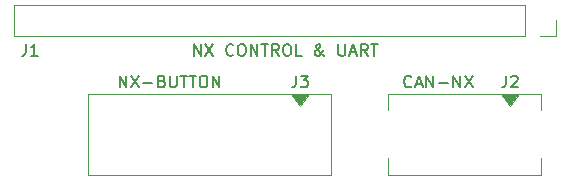
<source format=gbr>
%TF.GenerationSoftware,KiCad,Pcbnew,7.0.10-7.0.10~ubuntu22.04.1*%
%TF.CreationDate,2024-01-05T19:06:29-08:00*%
%TF.ProjectId,NX-ButtonInterface,4e582d42-7574-4746-9f6e-496e74657266,rev?*%
%TF.SameCoordinates,Original*%
%TF.FileFunction,Legend,Top*%
%TF.FilePolarity,Positive*%
%FSLAX46Y46*%
G04 Gerber Fmt 4.6, Leading zero omitted, Abs format (unit mm)*
G04 Created by KiCad (PCBNEW 7.0.10-7.0.10~ubuntu22.04.1) date 2024-01-05 19:06:29*
%MOMM*%
%LPD*%
G01*
G04 APERTURE LIST*
%ADD10C,0.150000*%
%ADD11C,0.120000*%
G04 APERTURE END LIST*
D10*
X109267666Y-97625819D02*
X109267666Y-98340104D01*
X109267666Y-98340104D02*
X109220047Y-98482961D01*
X109220047Y-98482961D02*
X109124809Y-98578200D01*
X109124809Y-98578200D02*
X108981952Y-98625819D01*
X108981952Y-98625819D02*
X108886714Y-98625819D01*
X109648619Y-97625819D02*
X110267666Y-97625819D01*
X110267666Y-97625819D02*
X109934333Y-98006771D01*
X109934333Y-98006771D02*
X110077190Y-98006771D01*
X110077190Y-98006771D02*
X110172428Y-98054390D01*
X110172428Y-98054390D02*
X110220047Y-98102009D01*
X110220047Y-98102009D02*
X110267666Y-98197247D01*
X110267666Y-98197247D02*
X110267666Y-98435342D01*
X110267666Y-98435342D02*
X110220047Y-98530580D01*
X110220047Y-98530580D02*
X110172428Y-98578200D01*
X110172428Y-98578200D02*
X110077190Y-98625819D01*
X110077190Y-98625819D02*
X109791476Y-98625819D01*
X109791476Y-98625819D02*
X109696238Y-98578200D01*
X109696238Y-98578200D02*
X109648619Y-98530580D01*
X94337714Y-98625819D02*
X94337714Y-97625819D01*
X94337714Y-97625819D02*
X94909142Y-98625819D01*
X94909142Y-98625819D02*
X94909142Y-97625819D01*
X95290095Y-97625819D02*
X95956761Y-98625819D01*
X95956761Y-97625819D02*
X95290095Y-98625819D01*
X96337714Y-98244866D02*
X97099619Y-98244866D01*
X97909142Y-98102009D02*
X98051999Y-98149628D01*
X98051999Y-98149628D02*
X98099618Y-98197247D01*
X98099618Y-98197247D02*
X98147237Y-98292485D01*
X98147237Y-98292485D02*
X98147237Y-98435342D01*
X98147237Y-98435342D02*
X98099618Y-98530580D01*
X98099618Y-98530580D02*
X98051999Y-98578200D01*
X98051999Y-98578200D02*
X97956761Y-98625819D01*
X97956761Y-98625819D02*
X97575809Y-98625819D01*
X97575809Y-98625819D02*
X97575809Y-97625819D01*
X97575809Y-97625819D02*
X97909142Y-97625819D01*
X97909142Y-97625819D02*
X98004380Y-97673438D01*
X98004380Y-97673438D02*
X98051999Y-97721057D01*
X98051999Y-97721057D02*
X98099618Y-97816295D01*
X98099618Y-97816295D02*
X98099618Y-97911533D01*
X98099618Y-97911533D02*
X98051999Y-98006771D01*
X98051999Y-98006771D02*
X98004380Y-98054390D01*
X98004380Y-98054390D02*
X97909142Y-98102009D01*
X97909142Y-98102009D02*
X97575809Y-98102009D01*
X98575809Y-97625819D02*
X98575809Y-98435342D01*
X98575809Y-98435342D02*
X98623428Y-98530580D01*
X98623428Y-98530580D02*
X98671047Y-98578200D01*
X98671047Y-98578200D02*
X98766285Y-98625819D01*
X98766285Y-98625819D02*
X98956761Y-98625819D01*
X98956761Y-98625819D02*
X99051999Y-98578200D01*
X99051999Y-98578200D02*
X99099618Y-98530580D01*
X99099618Y-98530580D02*
X99147237Y-98435342D01*
X99147237Y-98435342D02*
X99147237Y-97625819D01*
X99480571Y-97625819D02*
X100051999Y-97625819D01*
X99766285Y-98625819D02*
X99766285Y-97625819D01*
X100242476Y-97625819D02*
X100813904Y-97625819D01*
X100528190Y-98625819D02*
X100528190Y-97625819D01*
X101337714Y-97625819D02*
X101528190Y-97625819D01*
X101528190Y-97625819D02*
X101623428Y-97673438D01*
X101623428Y-97673438D02*
X101718666Y-97768676D01*
X101718666Y-97768676D02*
X101766285Y-97959152D01*
X101766285Y-97959152D02*
X101766285Y-98292485D01*
X101766285Y-98292485D02*
X101718666Y-98482961D01*
X101718666Y-98482961D02*
X101623428Y-98578200D01*
X101623428Y-98578200D02*
X101528190Y-98625819D01*
X101528190Y-98625819D02*
X101337714Y-98625819D01*
X101337714Y-98625819D02*
X101242476Y-98578200D01*
X101242476Y-98578200D02*
X101147238Y-98482961D01*
X101147238Y-98482961D02*
X101099619Y-98292485D01*
X101099619Y-98292485D02*
X101099619Y-97959152D01*
X101099619Y-97959152D02*
X101147238Y-97768676D01*
X101147238Y-97768676D02*
X101242476Y-97673438D01*
X101242476Y-97673438D02*
X101337714Y-97625819D01*
X102194857Y-98625819D02*
X102194857Y-97625819D01*
X102194857Y-97625819D02*
X102766285Y-98625819D01*
X102766285Y-98625819D02*
X102766285Y-97625819D01*
X127047666Y-97625819D02*
X127047666Y-98340104D01*
X127047666Y-98340104D02*
X127000047Y-98482961D01*
X127000047Y-98482961D02*
X126904809Y-98578200D01*
X126904809Y-98578200D02*
X126761952Y-98625819D01*
X126761952Y-98625819D02*
X126666714Y-98625819D01*
X127476238Y-97721057D02*
X127523857Y-97673438D01*
X127523857Y-97673438D02*
X127619095Y-97625819D01*
X127619095Y-97625819D02*
X127857190Y-97625819D01*
X127857190Y-97625819D02*
X127952428Y-97673438D01*
X127952428Y-97673438D02*
X128000047Y-97721057D01*
X128000047Y-97721057D02*
X128047666Y-97816295D01*
X128047666Y-97816295D02*
X128047666Y-97911533D01*
X128047666Y-97911533D02*
X128000047Y-98054390D01*
X128000047Y-98054390D02*
X127428619Y-98625819D01*
X127428619Y-98625819D02*
X128047666Y-98625819D01*
X119023095Y-98530580D02*
X118975476Y-98578200D01*
X118975476Y-98578200D02*
X118832619Y-98625819D01*
X118832619Y-98625819D02*
X118737381Y-98625819D01*
X118737381Y-98625819D02*
X118594524Y-98578200D01*
X118594524Y-98578200D02*
X118499286Y-98482961D01*
X118499286Y-98482961D02*
X118451667Y-98387723D01*
X118451667Y-98387723D02*
X118404048Y-98197247D01*
X118404048Y-98197247D02*
X118404048Y-98054390D01*
X118404048Y-98054390D02*
X118451667Y-97863914D01*
X118451667Y-97863914D02*
X118499286Y-97768676D01*
X118499286Y-97768676D02*
X118594524Y-97673438D01*
X118594524Y-97673438D02*
X118737381Y-97625819D01*
X118737381Y-97625819D02*
X118832619Y-97625819D01*
X118832619Y-97625819D02*
X118975476Y-97673438D01*
X118975476Y-97673438D02*
X119023095Y-97721057D01*
X119404048Y-98340104D02*
X119880238Y-98340104D01*
X119308810Y-98625819D02*
X119642143Y-97625819D01*
X119642143Y-97625819D02*
X119975476Y-98625819D01*
X120308810Y-98625819D02*
X120308810Y-97625819D01*
X120308810Y-97625819D02*
X120880238Y-98625819D01*
X120880238Y-98625819D02*
X120880238Y-97625819D01*
X121356429Y-98244866D02*
X122118334Y-98244866D01*
X122594524Y-98625819D02*
X122594524Y-97625819D01*
X122594524Y-97625819D02*
X123165952Y-98625819D01*
X123165952Y-98625819D02*
X123165952Y-97625819D01*
X123546905Y-97625819D02*
X124213571Y-98625819D01*
X124213571Y-97625819D02*
X123546905Y-98625819D01*
X86407666Y-94958819D02*
X86407666Y-95673104D01*
X86407666Y-95673104D02*
X86360047Y-95815961D01*
X86360047Y-95815961D02*
X86264809Y-95911200D01*
X86264809Y-95911200D02*
X86121952Y-95958819D01*
X86121952Y-95958819D02*
X86026714Y-95958819D01*
X87407666Y-95958819D02*
X86836238Y-95958819D01*
X87121952Y-95958819D02*
X87121952Y-94958819D01*
X87121952Y-94958819D02*
X87026714Y-95101676D01*
X87026714Y-95101676D02*
X86931476Y-95196914D01*
X86931476Y-95196914D02*
X86836238Y-95244533D01*
X100616714Y-95958819D02*
X100616714Y-94958819D01*
X100616714Y-94958819D02*
X101188142Y-95958819D01*
X101188142Y-95958819D02*
X101188142Y-94958819D01*
X101569095Y-94958819D02*
X102235761Y-95958819D01*
X102235761Y-94958819D02*
X101569095Y-95958819D01*
X103950047Y-95863580D02*
X103902428Y-95911200D01*
X103902428Y-95911200D02*
X103759571Y-95958819D01*
X103759571Y-95958819D02*
X103664333Y-95958819D01*
X103664333Y-95958819D02*
X103521476Y-95911200D01*
X103521476Y-95911200D02*
X103426238Y-95815961D01*
X103426238Y-95815961D02*
X103378619Y-95720723D01*
X103378619Y-95720723D02*
X103331000Y-95530247D01*
X103331000Y-95530247D02*
X103331000Y-95387390D01*
X103331000Y-95387390D02*
X103378619Y-95196914D01*
X103378619Y-95196914D02*
X103426238Y-95101676D01*
X103426238Y-95101676D02*
X103521476Y-95006438D01*
X103521476Y-95006438D02*
X103664333Y-94958819D01*
X103664333Y-94958819D02*
X103759571Y-94958819D01*
X103759571Y-94958819D02*
X103902428Y-95006438D01*
X103902428Y-95006438D02*
X103950047Y-95054057D01*
X104569095Y-94958819D02*
X104759571Y-94958819D01*
X104759571Y-94958819D02*
X104854809Y-95006438D01*
X104854809Y-95006438D02*
X104950047Y-95101676D01*
X104950047Y-95101676D02*
X104997666Y-95292152D01*
X104997666Y-95292152D02*
X104997666Y-95625485D01*
X104997666Y-95625485D02*
X104950047Y-95815961D01*
X104950047Y-95815961D02*
X104854809Y-95911200D01*
X104854809Y-95911200D02*
X104759571Y-95958819D01*
X104759571Y-95958819D02*
X104569095Y-95958819D01*
X104569095Y-95958819D02*
X104473857Y-95911200D01*
X104473857Y-95911200D02*
X104378619Y-95815961D01*
X104378619Y-95815961D02*
X104331000Y-95625485D01*
X104331000Y-95625485D02*
X104331000Y-95292152D01*
X104331000Y-95292152D02*
X104378619Y-95101676D01*
X104378619Y-95101676D02*
X104473857Y-95006438D01*
X104473857Y-95006438D02*
X104569095Y-94958819D01*
X105426238Y-95958819D02*
X105426238Y-94958819D01*
X105426238Y-94958819D02*
X105997666Y-95958819D01*
X105997666Y-95958819D02*
X105997666Y-94958819D01*
X106331000Y-94958819D02*
X106902428Y-94958819D01*
X106616714Y-95958819D02*
X106616714Y-94958819D01*
X107807190Y-95958819D02*
X107473857Y-95482628D01*
X107235762Y-95958819D02*
X107235762Y-94958819D01*
X107235762Y-94958819D02*
X107616714Y-94958819D01*
X107616714Y-94958819D02*
X107711952Y-95006438D01*
X107711952Y-95006438D02*
X107759571Y-95054057D01*
X107759571Y-95054057D02*
X107807190Y-95149295D01*
X107807190Y-95149295D02*
X107807190Y-95292152D01*
X107807190Y-95292152D02*
X107759571Y-95387390D01*
X107759571Y-95387390D02*
X107711952Y-95435009D01*
X107711952Y-95435009D02*
X107616714Y-95482628D01*
X107616714Y-95482628D02*
X107235762Y-95482628D01*
X108426238Y-94958819D02*
X108616714Y-94958819D01*
X108616714Y-94958819D02*
X108711952Y-95006438D01*
X108711952Y-95006438D02*
X108807190Y-95101676D01*
X108807190Y-95101676D02*
X108854809Y-95292152D01*
X108854809Y-95292152D02*
X108854809Y-95625485D01*
X108854809Y-95625485D02*
X108807190Y-95815961D01*
X108807190Y-95815961D02*
X108711952Y-95911200D01*
X108711952Y-95911200D02*
X108616714Y-95958819D01*
X108616714Y-95958819D02*
X108426238Y-95958819D01*
X108426238Y-95958819D02*
X108331000Y-95911200D01*
X108331000Y-95911200D02*
X108235762Y-95815961D01*
X108235762Y-95815961D02*
X108188143Y-95625485D01*
X108188143Y-95625485D02*
X108188143Y-95292152D01*
X108188143Y-95292152D02*
X108235762Y-95101676D01*
X108235762Y-95101676D02*
X108331000Y-95006438D01*
X108331000Y-95006438D02*
X108426238Y-94958819D01*
X109759571Y-95958819D02*
X109283381Y-95958819D01*
X109283381Y-95958819D02*
X109283381Y-94958819D01*
X111664334Y-95958819D02*
X111616715Y-95958819D01*
X111616715Y-95958819D02*
X111521476Y-95911200D01*
X111521476Y-95911200D02*
X111378619Y-95768342D01*
X111378619Y-95768342D02*
X111140524Y-95482628D01*
X111140524Y-95482628D02*
X111045286Y-95339771D01*
X111045286Y-95339771D02*
X110997667Y-95196914D01*
X110997667Y-95196914D02*
X110997667Y-95101676D01*
X110997667Y-95101676D02*
X111045286Y-95006438D01*
X111045286Y-95006438D02*
X111140524Y-94958819D01*
X111140524Y-94958819D02*
X111188143Y-94958819D01*
X111188143Y-94958819D02*
X111283381Y-95006438D01*
X111283381Y-95006438D02*
X111331000Y-95101676D01*
X111331000Y-95101676D02*
X111331000Y-95149295D01*
X111331000Y-95149295D02*
X111283381Y-95244533D01*
X111283381Y-95244533D02*
X111235762Y-95292152D01*
X111235762Y-95292152D02*
X110950048Y-95482628D01*
X110950048Y-95482628D02*
X110902429Y-95530247D01*
X110902429Y-95530247D02*
X110854810Y-95625485D01*
X110854810Y-95625485D02*
X110854810Y-95768342D01*
X110854810Y-95768342D02*
X110902429Y-95863580D01*
X110902429Y-95863580D02*
X110950048Y-95911200D01*
X110950048Y-95911200D02*
X111045286Y-95958819D01*
X111045286Y-95958819D02*
X111188143Y-95958819D01*
X111188143Y-95958819D02*
X111283381Y-95911200D01*
X111283381Y-95911200D02*
X111331000Y-95863580D01*
X111331000Y-95863580D02*
X111473857Y-95673104D01*
X111473857Y-95673104D02*
X111521476Y-95530247D01*
X111521476Y-95530247D02*
X111521476Y-95435009D01*
X112854810Y-94958819D02*
X112854810Y-95768342D01*
X112854810Y-95768342D02*
X112902429Y-95863580D01*
X112902429Y-95863580D02*
X112950048Y-95911200D01*
X112950048Y-95911200D02*
X113045286Y-95958819D01*
X113045286Y-95958819D02*
X113235762Y-95958819D01*
X113235762Y-95958819D02*
X113331000Y-95911200D01*
X113331000Y-95911200D02*
X113378619Y-95863580D01*
X113378619Y-95863580D02*
X113426238Y-95768342D01*
X113426238Y-95768342D02*
X113426238Y-94958819D01*
X113854810Y-95673104D02*
X114331000Y-95673104D01*
X113759572Y-95958819D02*
X114092905Y-94958819D01*
X114092905Y-94958819D02*
X114426238Y-95958819D01*
X115331000Y-95958819D02*
X114997667Y-95482628D01*
X114759572Y-95958819D02*
X114759572Y-94958819D01*
X114759572Y-94958819D02*
X115140524Y-94958819D01*
X115140524Y-94958819D02*
X115235762Y-95006438D01*
X115235762Y-95006438D02*
X115283381Y-95054057D01*
X115283381Y-95054057D02*
X115331000Y-95149295D01*
X115331000Y-95149295D02*
X115331000Y-95292152D01*
X115331000Y-95292152D02*
X115283381Y-95387390D01*
X115283381Y-95387390D02*
X115235762Y-95435009D01*
X115235762Y-95435009D02*
X115140524Y-95482628D01*
X115140524Y-95482628D02*
X114759572Y-95482628D01*
X115616715Y-94958819D02*
X116188143Y-94958819D01*
X115902429Y-95958819D02*
X115902429Y-94958819D01*
D11*
%TO.C,J3*%
X91694000Y-99187000D02*
X112268000Y-99187000D01*
X91694000Y-106045000D02*
X91694000Y-99187000D01*
X91694000Y-106045000D02*
X112268000Y-106045000D01*
X112268000Y-106045000D02*
X112268000Y-99187000D01*
X109601000Y-100203000D02*
X108839000Y-99187000D01*
X110363000Y-99187000D01*
X109601000Y-100203000D01*
G36*
X109601000Y-100203000D02*
G01*
X108839000Y-99187000D01*
X110363000Y-99187000D01*
X109601000Y-100203000D01*
G37*
%TO.C,J2*%
X117094000Y-99187000D02*
X130048000Y-99187000D01*
X117094000Y-100584000D02*
X117094000Y-99187000D01*
X117094000Y-106045000D02*
X117094000Y-104648000D01*
X117094000Y-106045000D02*
X130048000Y-106045000D01*
X130048000Y-100584000D02*
X130048000Y-99187000D01*
X130048000Y-106045000D02*
X130048000Y-104648000D01*
X127381000Y-100203000D02*
X126619000Y-99187000D01*
X128143000Y-99187000D01*
X127381000Y-100203000D01*
G36*
X127381000Y-100203000D02*
G01*
X126619000Y-99187000D01*
X128143000Y-99187000D01*
X127381000Y-100203000D01*
G37*
%TO.C,J1*%
X128651000Y-91634000D02*
X85411000Y-91634000D01*
X128651000Y-91634000D02*
X128651000Y-94294000D01*
X85411000Y-91634000D02*
X85411000Y-94294000D01*
X131251000Y-92964000D02*
X131251000Y-94294000D01*
X131251000Y-94294000D02*
X129921000Y-94294000D01*
X128651000Y-94294000D02*
X85411000Y-94294000D01*
%TD*%
M02*

</source>
